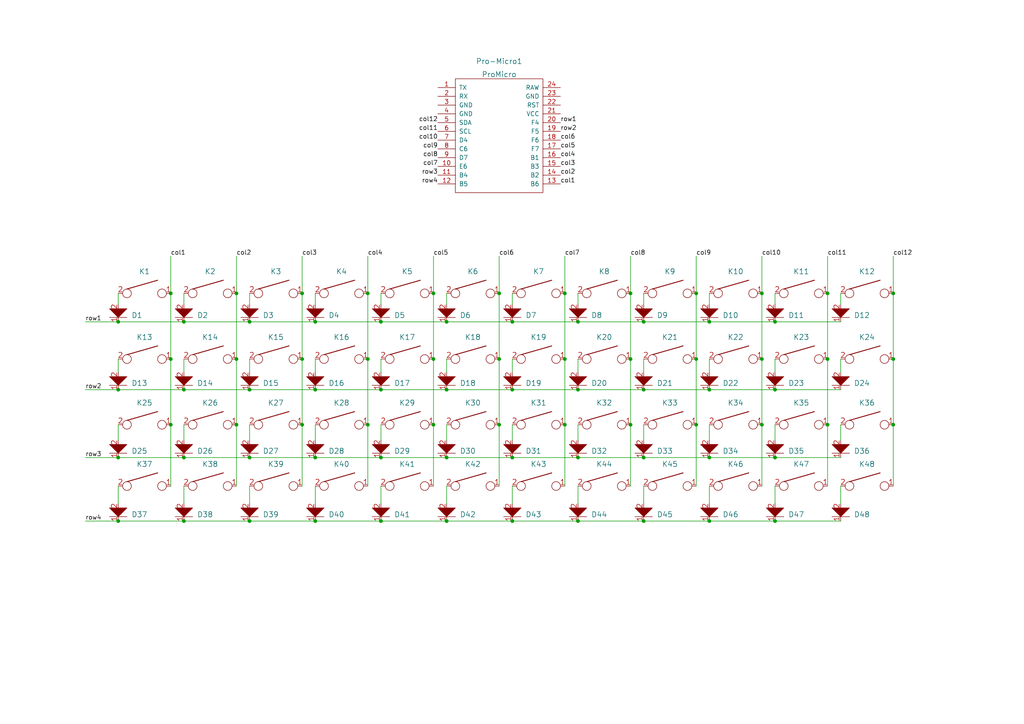
<source format=kicad_sch>
(kicad_sch (version 20211123) (generator eeschema)
  (paper "A4")
  (title_block (title "hlkb2"))
  (lib_symbols
    (symbol "keyboard_parts:D" (pin_names (offset 1.016))
      (property "Reference" "D" (at -3.81 -1.27 90))
      (symbol "D_0_1"
        (polyline (pts (xy -2.54 0) (xy 2.54 0)))
        (polyline (pts (xy 0 0) (xy -2.54 -2.54) (xy 2.54 -2.54) (xy 0 0)) (fill (type outline)))
      )
      (symbol "D_1_1"
        (pin passive line (at 0 1.27 270) (length 1.27) (name "~") (number "1"))
        (pin passive line (at 0 -3.81 90) (length 1.27) (name "~") (number "2"))
      )
    )
    (symbol "keyboard_parts:KEYSW" (pin_names (offset 1.016))
      (property "Reference" "K?" (at -1.27 0 0))
      (symbol "KEYSW_0_1"
        (circle (center -5.08 0) (radius 1.27))
        (polyline (pts (xy -5.08 1.27) (xy 3.81 3.81)) (stroke (width 0.254)))
        (circle (center 5.08 0) (radius 1.27))
      )
      (symbol "KEYSW_1_1"
        (pin passive line (at 7.62 0 180) (length 1.27) (name "~") (number "1"))
        (pin passive line (at -7.62 0 0) (length 1.27) (name "~") (number "2"))
      )
    )
    (symbol "promicro:ProMicro" (pin_names (offset 1.016))
      (property "Reference" "U" (at 0 24.13 0))
      (property "Value" "ProMicro" (at 0 -13.97 0))
      (symbol "ProMicro_0_1"
        (rectangle (start -12.7 21.59) (end 12.7 -11.43))
      )
      (symbol "ProMicro_1_1"
        (pin bidirectional line (at -17.78 19.05 0) (length 5.08) (name "TX") (number "1"))
        (pin bidirectional line (at -17.78 -3.81 0) (length 5.08) (name "E6") (number "10"))
        (pin bidirectional line (at -17.78 -6.35 0) (length 5.08) (name "B4") (number "11"))
        (pin bidirectional line (at -17.78 -8.89 0) (length 5.08) (name "B5") (number "12"))
        (pin bidirectional line (at 17.78 -8.89 180) (length 5.08) (name "B6") (number "13"))
        (pin bidirectional line (at 17.78 -6.35 180) (length 5.08) (name "B2") (number "14"))
        (pin bidirectional line (at 17.78 -3.81 180) (length 5.08) (name "B3") (number "15"))
        (pin bidirectional line (at 17.78 -1.27 180) (length 5.08) (name "B1") (number "16"))
        (pin bidirectional line (at 17.78 1.27 180) (length 5.08) (name "F7") (number "17"))
        (pin bidirectional line (at 17.78 3.81 180) (length 5.08) (name "F6") (number "18"))
        (pin bidirectional line (at 17.78 6.35 180) (length 5.08) (name "F5") (number "19"))
        (pin bidirectional line (at -17.78 16.51 0) (length 5.08) (name "RX") (number "2"))
        (pin bidirectional line (at 17.78 8.89 180) (length 5.08) (name "F4") (number "20"))
        (pin power_in line (at 17.78 11.43 180) (length 5.08) (name "VCC") (number "21"))
        (pin input line (at 17.78 13.97 180) (length 5.08) (name "RST") (number "22"))
        (pin power_in line (at 17.78 16.51 180) (length 5.08) (name "GND") (number "23"))
        (pin power_out line (at 17.78 19.05 180) (length 5.08) (name "RAW") (number "24"))
        (pin power_in line (at -17.78 13.97 0) (length 5.08) (name "GND") (number "3"))
        (pin power_in line (at -17.78 11.43 0) (length 5.08) (name "GND") (number "4"))
        (pin bidirectional line (at -17.78 8.89 0) (length 5.08) (name "SDA") (number "5"))
        (pin bidirectional line (at -17.78 6.35 0) (length 5.08) (name "SCL") (number "6"))
        (pin bidirectional line (at -17.78 3.81 0) (length 5.08) (name "D4") (number "7"))
        (pin bidirectional line (at -17.78 1.27 0) (length 5.08) (name "C6") (number "8"))
        (pin bidirectional line (at -17.78 -1.27 0) (length 5.08) (name "D7") (number "9"))
      )
    )
  )
  (junction (at 186.69 132.715))
  (junction (at 163.83 104.14))
  (junction (at 91.44 113.03))
  (junction (at 110.49 132.715))
  (junction (at 186.69 93.345))
  (junction (at 205.74 113.03))
  (junction (at 224.79 132.715))
  (junction (at 182.88 104.14))
  (junction (at 220.98 85.09))
  (junction (at 106.68 85.09))
  (junction (at 182.88 123.19))
  (junction (at 72.39 113.03))
  (junction (at 205.74 93.345))
  (junction (at 148.59 113.03))
  (junction (at 91.44 132.715))
  (junction (at 201.93 123.19))
  (junction (at 49.53 123.19))
  (junction (at 125.73 85.09))
  (junction (at 129.54 93.345))
  (junction (at 68.58 85.09))
  (junction (at 205.74 151.13))
  (junction (at 224.79 113.03))
  (junction (at 259.08 104.14))
  (junction (at 72.39 132.715))
  (junction (at 34.29 132.715))
  (junction (at 129.54 113.03))
  (junction (at 129.54 151.13))
  (junction (at 87.63 104.14))
  (junction (at 182.88 85.09))
  (junction (at 91.44 93.345))
  (junction (at 68.58 123.19))
  (junction (at 167.64 113.03))
  (junction (at 34.29 113.03))
  (junction (at 87.63 85.09))
  (junction (at 186.69 151.13))
  (junction (at 129.54 132.715))
  (junction (at 148.59 151.13))
  (junction (at 167.64 151.13))
  (junction (at 110.49 151.13))
  (junction (at 110.49 93.345))
  (junction (at 144.78 85.09))
  (junction (at 163.83 123.19))
  (junction (at 201.93 85.09))
  (junction (at 87.63 123.19))
  (junction (at 49.53 85.09))
  (junction (at 106.68 123.19))
  (junction (at 201.93 104.14))
  (junction (at 53.34 93.345))
  (junction (at 49.53 104.14))
  (junction (at 240.03 123.19))
  (junction (at 240.03 85.09))
  (junction (at 220.98 104.14))
  (junction (at 34.29 93.345))
  (junction (at 205.74 132.715))
  (junction (at 53.34 151.13))
  (junction (at 125.73 123.19))
  (junction (at 110.49 113.03))
  (junction (at 148.59 93.345))
  (junction (at 34.29 151.13))
  (junction (at 224.79 93.345))
  (junction (at 125.73 104.14))
  (junction (at 186.69 113.03))
  (junction (at 72.39 93.345))
  (junction (at 144.78 123.19))
  (junction (at 220.98 123.19))
  (junction (at 167.64 93.345))
  (junction (at 144.78 104.14))
  (junction (at 68.58 104.14))
  (junction (at 91.44 151.13))
  (junction (at 240.03 104.14))
  (junction (at 106.68 104.14))
  (junction (at 148.59 132.715))
  (junction (at 259.08 85.09))
  (junction (at 53.34 132.715))
  (junction (at 259.08 123.19))
  (junction (at 72.39 151.13))
  (junction (at 224.79 151.13))
  (junction (at 163.83 85.09))
  (junction (at 167.64 132.715))
  (junction (at 53.34 113.03))
  (wire (pts (xy 205.74 93.345) (xy 224.79 93.345)))
  (wire (pts (xy 201.93 104.14) (xy 201.93 123.19)))
  (wire (pts (xy 106.68 123.19) (xy 106.68 140.97)))
  (wire (pts (xy 167.64 140.97) (xy 167.64 146.05)))
  (wire (pts (xy 110.49 132.715) (xy 129.54 132.715)))
  (wire (pts (xy 224.79 104.14) (xy 224.79 107.95)))
  (wire (pts (xy 259.08 123.19) (xy 259.08 140.97)))
  (wire (pts (xy 72.39 132.715) (xy 91.44 132.715)))
  (wire (pts (xy 129.54 140.97) (xy 129.54 146.05)))
  (wire (pts (xy 186.69 85.09) (xy 186.69 88.265)))
  (wire (pts (xy 91.44 93.345) (xy 110.49 93.345)))
  (wire (pts (xy 34.29 113.03) (xy 53.34 113.03)))
  (wire (pts (xy 182.88 74.295) (xy 182.88 85.09)))
  (wire (pts (xy 148.59 151.13) (xy 167.64 151.13)))
  (wire (pts (xy 34.29 93.345) (xy 53.34 93.345)))
  (wire (pts (xy 163.83 123.19) (xy 163.83 140.97)))
  (wire (pts (xy 53.34 140.97) (xy 53.34 146.05)))
  (wire (pts (xy 167.64 113.03) (xy 186.69 113.03)))
  (wire (pts (xy 68.58 104.14) (xy 68.58 123.19)))
  (wire (pts (xy 148.59 140.97) (xy 148.59 146.05)))
  (wire (pts (xy 182.88 104.14) (xy 182.88 123.19)))
  (wire (pts (xy 186.69 140.97) (xy 186.69 146.05)))
  (wire (pts (xy 24.765 93.345) (xy 34.29 93.345)))
  (wire (pts (xy 240.03 74.295) (xy 240.03 85.09)))
  (wire (pts (xy 163.83 104.14) (xy 163.83 123.19)))
  (wire (pts (xy 243.84 140.97) (xy 243.84 146.05)))
  (wire (pts (xy 53.34 85.09) (xy 53.34 88.265)))
  (wire (pts (xy 110.49 93.345) (xy 129.54 93.345)))
  (wire (pts (xy 220.98 85.09) (xy 220.98 104.14)))
  (wire (pts (xy 91.44 113.03) (xy 110.49 113.03)))
  (wire (pts (xy 220.98 74.295) (xy 220.98 85.09)))
  (wire (pts (xy 106.68 74.295) (xy 106.68 85.09)))
  (wire (pts (xy 49.53 74.295) (xy 49.53 85.09)))
  (wire (pts (xy 91.44 132.715) (xy 110.49 132.715)))
  (wire (pts (xy 106.68 104.14) (xy 106.68 123.19)))
  (wire (pts (xy 205.74 85.09) (xy 205.74 88.265)))
  (wire (pts (xy 205.74 113.03) (xy 224.79 113.03)))
  (wire (pts (xy 243.84 85.09) (xy 243.84 88.265)))
  (wire (pts (xy 129.54 132.715) (xy 148.59 132.715)))
  (wire (pts (xy 72.39 104.14) (xy 72.39 107.95)))
  (wire (pts (xy 72.39 140.97) (xy 72.39 146.05)))
  (wire (pts (xy 224.79 93.345) (xy 243.84 93.345)))
  (wire (pts (xy 205.74 104.14) (xy 205.74 107.95)))
  (wire (pts (xy 129.54 85.09) (xy 129.54 88.265)))
  (wire (pts (xy 224.79 132.715) (xy 243.84 132.715)))
  (wire (pts (xy 201.93 74.295) (xy 201.93 85.09)))
  (wire (pts (xy 144.78 104.14) (xy 144.78 123.19)))
  (wire (pts (xy 110.49 113.03) (xy 129.54 113.03)))
  (wire (pts (xy 205.74 123.19) (xy 205.74 127.635)))
  (wire (pts (xy 182.88 85.09) (xy 182.88 104.14)))
  (wire (pts (xy 87.63 85.09) (xy 87.63 104.14)))
  (wire (pts (xy 34.29 104.14) (xy 34.29 107.95)))
  (wire (pts (xy 110.49 85.09) (xy 110.49 88.265)))
  (wire (pts (xy 243.84 123.19) (xy 243.84 127.635)))
  (wire (pts (xy 87.63 123.19) (xy 87.63 140.97)))
  (wire (pts (xy 68.58 123.19) (xy 68.58 140.97)))
  (wire (pts (xy 240.03 123.19) (xy 240.03 140.97)))
  (wire (pts (xy 87.63 74.295) (xy 87.63 85.09)))
  (wire (pts (xy 167.64 132.715) (xy 186.69 132.715)))
  (wire (pts (xy 34.29 140.97) (xy 34.29 146.05)))
  (wire (pts (xy 49.53 104.14) (xy 49.53 123.19)))
  (wire (pts (xy 53.34 151.13) (xy 72.39 151.13)))
  (wire (pts (xy 91.44 140.97) (xy 91.44 146.05)))
  (wire (pts (xy 129.54 151.13) (xy 148.59 151.13)))
  (wire (pts (xy 205.74 151.13) (xy 224.79 151.13)))
  (wire (pts (xy 53.34 93.345) (xy 72.39 93.345)))
  (wire (pts (xy 53.34 104.14) (xy 53.34 107.95)))
  (wire (pts (xy 53.34 113.03) (xy 72.39 113.03)))
  (wire (pts (xy 49.53 123.19) (xy 49.53 140.97)))
  (wire (pts (xy 24.765 151.13) (xy 34.29 151.13)))
  (wire (pts (xy 72.39 123.19) (xy 72.39 127.635)))
  (wire (pts (xy 129.54 104.14) (xy 129.54 107.95)))
  (wire (pts (xy 259.08 85.09) (xy 259.08 104.14)))
  (wire (pts (xy 110.49 151.13) (xy 129.54 151.13)))
  (wire (pts (xy 148.59 93.345) (xy 167.64 93.345)))
  (wire (pts (xy 259.08 74.295) (xy 259.08 85.09)))
  (wire (pts (xy 186.69 93.345) (xy 205.74 93.345)))
  (wire (pts (xy 34.29 123.19) (xy 34.29 127.635)))
  (wire (pts (xy 205.74 132.715) (xy 224.79 132.715)))
  (wire (pts (xy 91.44 85.09) (xy 91.44 88.265)))
  (wire (pts (xy 91.44 104.14) (xy 91.44 107.95)))
  (wire (pts (xy 129.54 113.03) (xy 148.59 113.03)))
  (wire (pts (xy 163.83 74.295) (xy 163.83 85.09)))
  (wire (pts (xy 129.54 93.345) (xy 148.59 93.345)))
  (wire (pts (xy 186.69 132.715) (xy 205.74 132.715)))
  (wire (pts (xy 72.39 93.345) (xy 91.44 93.345)))
  (wire (pts (xy 148.59 123.19) (xy 148.59 127.635)))
  (wire (pts (xy 220.98 123.19) (xy 220.98 140.97)))
  (wire (pts (xy 110.49 140.97) (xy 110.49 146.05)))
  (wire (pts (xy 72.39 85.09) (xy 72.39 88.265)))
  (wire (pts (xy 167.64 104.14) (xy 167.64 107.95)))
  (wire (pts (xy 205.74 140.97) (xy 205.74 146.05)))
  (wire (pts (xy 53.34 132.715) (xy 72.39 132.715)))
  (wire (pts (xy 68.58 74.295) (xy 68.58 85.09)))
  (wire (pts (xy 167.64 123.19) (xy 167.64 127.635)))
  (wire (pts (xy 148.59 113.03) (xy 167.64 113.03)))
  (wire (pts (xy 24.765 132.715) (xy 34.29 132.715)))
  (wire (pts (xy 72.39 151.13) (xy 91.44 151.13)))
  (wire (pts (xy 148.59 85.09) (xy 148.59 88.265)))
  (wire (pts (xy 87.63 104.14) (xy 87.63 123.19)))
  (wire (pts (xy 125.73 74.295) (xy 125.73 85.09)))
  (wire (pts (xy 34.29 151.13) (xy 53.34 151.13)))
  (wire (pts (xy 24.765 113.03) (xy 34.29 113.03)))
  (wire (pts (xy 49.53 85.09) (xy 49.53 104.14)))
  (wire (pts (xy 182.88 123.19) (xy 182.88 140.97)))
  (wire (pts (xy 163.83 85.09) (xy 163.83 104.14)))
  (wire (pts (xy 91.44 151.13) (xy 110.49 151.13)))
  (wire (pts (xy 259.08 104.14) (xy 259.08 123.19)))
  (wire (pts (xy 167.64 85.09) (xy 167.64 88.265)))
  (wire (pts (xy 72.39 113.03) (xy 91.44 113.03)))
  (wire (pts (xy 186.69 151.13) (xy 205.74 151.13)))
  (wire (pts (xy 240.03 85.09) (xy 240.03 104.14)))
  (wire (pts (xy 148.59 104.14) (xy 148.59 107.95)))
  (wire (pts (xy 201.93 123.19) (xy 201.93 140.97)))
  (wire (pts (xy 224.79 123.19) (xy 224.79 127.635)))
  (wire (pts (xy 106.68 85.09) (xy 106.68 104.14)))
  (wire (pts (xy 201.93 85.09) (xy 201.93 104.14)))
  (wire (pts (xy 224.79 85.09) (xy 224.79 88.265)))
  (wire (pts (xy 148.59 132.715) (xy 167.64 132.715)))
  (wire (pts (xy 144.78 74.295) (xy 144.78 85.09)))
  (wire (pts (xy 91.44 123.19) (xy 91.44 127.635)))
  (wire (pts (xy 144.78 123.19) (xy 144.78 140.97)))
  (wire (pts (xy 186.69 113.03) (xy 205.74 113.03)))
  (wire (pts (xy 167.64 151.13) (xy 186.69 151.13)))
  (wire (pts (xy 125.73 104.14) (xy 125.73 123.19)))
  (wire (pts (xy 167.64 93.345) (xy 186.69 93.345)))
  (wire (pts (xy 186.69 104.14) (xy 186.69 107.95)))
  (wire (pts (xy 220.98 104.14) (xy 220.98 123.19)))
  (wire (pts (xy 34.29 85.09) (xy 34.29 88.265)))
  (wire (pts (xy 129.54 123.19) (xy 129.54 127.635)))
  (wire (pts (xy 53.34 123.19) (xy 53.34 127.635)))
  (wire (pts (xy 110.49 104.14) (xy 110.49 107.95)))
  (wire (pts (xy 224.79 151.13) (xy 243.84 151.13)))
  (wire (pts (xy 125.73 85.09) (xy 125.73 104.14)))
  (wire (pts (xy 110.49 123.19) (xy 110.49 127.635)))
  (wire (pts (xy 240.03 104.14) (xy 240.03 123.19)))
  (wire (pts (xy 224.79 140.97) (xy 224.79 146.05)))
  (wire (pts (xy 34.29 132.715) (xy 53.34 132.715)))
  (wire (pts (xy 186.69 123.19) (xy 186.69 127.635)))
  (wire (pts (xy 125.73 123.19) (xy 125.73 140.97)))
  (wire (pts (xy 144.78 85.09) (xy 144.78 104.14)))
  (wire (pts (xy 224.79 113.03) (xy 243.84 113.03)))
  (wire (pts (xy 68.58 85.09) (xy 68.58 104.14)))
  (wire (pts (xy 243.84 104.14) (xy 243.84 107.95)))
  (label "col9" (at 127 43.18 180))
  (label "col1" (at 49.53 74.295 0))
  (label "col1" (at 162.56 53.34 0))
  (label "row3" (at 127 50.8 180))
  (label "row4" (at 127 53.34 180))
  (label "col4" (at 162.56 45.72 0))
  (label "col11" (at 240.03 74.295 0))
  (label "col2" (at 162.56 50.8 0))
  (label "col7" (at 127 48.26 180))
  (label "col11" (at 127 38.1 180))
  (label "col3" (at 87.63 74.295 0))
  (label "col7" (at 163.83 74.295 0))
  (label "col6" (at 144.78 74.295 0))
  (label "col8" (at 127 45.72 180))
  (label "col6" (at 162.56 40.64 0))
  (label "col5" (at 125.73 74.295 0))
  (label "col12" (at 259.08 74.295 0))
  (label "row4" (at 24.765 151.13 0))
  (label "col5" (at 162.56 43.18 0))
  (label "col3" (at 162.56 48.26 0))
  (label "row1" (at 162.56 35.56 0))
  (label "col12" (at 127 35.56 180))
  (label "col4" (at 106.68 74.295 0))
  (label "col10" (at 220.98 74.295 0))
  (label "col10" (at 127 40.64 180))
  (label "row2" (at 162.56 38.1 0))
  (label "col8" (at 182.88 74.295 0))
  (label "col9" (at 201.93 74.295 0))
  (label "row2" (at 24.765 113.03 0))
  (label "row3" (at 24.765 132.715 0))
  (label "row1" (at 24.765 93.345 0))
  (label "col2" (at 68.58 74.295 0))
  (symbol (lib_id "keyboard_parts:D") (at 148.59 111.76 180) (unit 1)
    (property "Reference" "D19" (at 152.4 111.125 0) (effects (font (size 1.524 1.524)) (justify right)))
    (property "Value" "D" (effects hide))
    (property "Footprint" "keyboard_parts:D_SOD123_axial" (effects hide))
  )
  (symbol (lib_id "keyboard_parts:KEYSW") (at 118.11 104.14 0) (unit 1)
    (property "Reference" "K17" (at 118.11 97.79 0) (effects (font (size 1.524 1.524))))
    (property "Value" "KEYSW" (effects hide))
    (property "Footprint" "contact_pad:contact_pad_3mm" (effects hide))
  )
  (symbol (lib_id "keyboard_parts:KEYSW") (at 194.31 85.09 0) (unit 1)
    (property "Reference" "K9" (at 194.31 78.74 0) (effects (font (size 1.524 1.524))))
    (property "Value" "KEYSW" (effects hide))
    (property "Footprint" "contact_pad:contact_pad_3mm" (effects hide))
  )
  (symbol (lib_id "keyboard_parts:KEYSW") (at 80.01 123.19 0) (unit 1)
    (property "Reference" "K27" (at 80.01 116.84 0) (effects (font (size 1.524 1.524))))
    (property "Value" "KEYSW" (effects hide))
    (property "Footprint" "contact_pad:contact_pad_3mm" (effects hide))
  )
  (symbol (lib_id "keyboard_parts:KEYSW") (at 232.41 85.09 0) (unit 1)
    (property "Reference" "K11" (at 232.41 78.74 0) (effects (font (size 1.524 1.524))))
    (property "Value" "KEYSW" (effects hide))
    (property "Footprint" "contact_pad:contact_pad_3mm" (effects hide))
  )
  (symbol (lib_id "keyboard_parts:D") (at 243.84 92.075 180) (unit 1)
    (property "Reference" "D12" (at 247.65 91.44 0) (effects (font (size 1.524 1.524)) (justify right)))
    (property "Value" "D" (effects hide))
    (property "Footprint" "keyboard_parts:D_SOD123_axial" (effects hide))
  )
  (symbol (lib_id "keyboard_parts:D") (at 205.74 111.76 180) (unit 1)
    (property "Reference" "D22" (at 209.55 111.125 0) (effects (font (size 1.524 1.524)) (justify right)))
    (property "Value" "D" (effects hide))
    (property "Footprint" "keyboard_parts:D_SOD123_axial" (effects hide))
  )
  (symbol (lib_id "keyboard_parts:KEYSW") (at 41.91 104.14 0) (unit 1)
    (property "Reference" "K13" (at 41.91 97.79 0) (effects (font (size 1.524 1.524))))
    (property "Value" "KEYSW" (effects hide))
    (property "Footprint" "contact_pad:contact_pad_3mm" (effects hide))
  )
  (symbol (lib_id "keyboard_parts:D") (at 224.79 131.445 180) (unit 1)
    (property "Reference" "D35" (at 228.6 130.81 0) (effects (font (size 1.524 1.524)) (justify right)))
    (property "Value" "D" (effects hide))
    (property "Footprint" "keyboard_parts:D_SOD123_axial" (effects hide))
  )
  (symbol (lib_id "keyboard_parts:KEYSW") (at 60.96 123.19 0) (unit 1)
    (property "Reference" "K26" (at 60.96 116.84 0) (effects (font (size 1.524 1.524))))
    (property "Value" "KEYSW" (effects hide))
    (property "Footprint" "contact_pad:contact_pad_3mm" (effects hide))
  )
  (symbol (lib_id "keyboard_parts:KEYSW") (at 60.96 104.14 0) (unit 1)
    (property "Reference" "K14" (at 60.96 97.79 0) (effects (font (size 1.524 1.524))))
    (property "Value" "KEYSW" (effects hide))
    (property "Footprint" "contact_pad:contact_pad_3mm" (effects hide))
  )
  (symbol (lib_id "keyboard_parts:KEYSW") (at 137.16 123.19 0) (unit 1)
    (property "Reference" "K30" (at 137.16 116.84 0) (effects (font (size 1.524 1.524))))
    (property "Value" "KEYSW" (effects hide))
    (property "Footprint" "contact_pad:contact_pad_3mm" (effects hide))
  )
  (symbol (lib_id "keyboard_parts:KEYSW") (at 194.31 104.14 0) (unit 1)
    (property "Reference" "K21" (at 194.31 97.79 0) (effects (font (size 1.524 1.524))))
    (property "Value" "KEYSW" (effects hide))
    (property "Footprint" "contact_pad:contact_pad_3mm" (effects hide))
  )
  (symbol (lib_id "keyboard_parts:D") (at 129.54 111.76 180) (unit 1)
    (property "Reference" "D18" (at 133.35 111.125 0) (effects (font (size 1.524 1.524)) (justify right)))
    (property "Value" "D" (effects hide))
    (property "Footprint" "keyboard_parts:D_SOD123_axial" (effects hide))
  )
  (symbol (lib_id "keyboard_parts:KEYSW") (at 175.26 123.19 0) (unit 1)
    (property "Reference" "K32" (at 175.26 116.84 0) (effects (font (size 1.524 1.524))))
    (property "Value" "KEYSW" (effects hide))
    (property "Footprint" "contact_pad:contact_pad_3mm" (effects hide))
  )
  (symbol (lib_id "keyboard_parts:KEYSW") (at 175.26 104.14 0) (unit 1)
    (property "Reference" "K20" (at 175.26 97.79 0) (effects (font (size 1.524 1.524))))
    (property "Value" "KEYSW" (effects hide))
    (property "Footprint" "contact_pad:contact_pad_3mm" (effects hide))
  )
  (symbol (lib_id "keyboard_parts:KEYSW") (at 251.46 140.97 0) (unit 1)
    (property "Reference" "K48" (at 251.46 134.62 0) (effects (font (size 1.524 1.524))))
    (property "Value" "KEYSW" (effects hide))
    (property "Footprint" "contact_pad:contact_pad_3mm" (effects hide))
  )
  (symbol (lib_id "keyboard_parts:KEYSW") (at 80.01 85.09 0) (unit 1)
    (property "Reference" "K3" (at 80.01 78.74 0) (effects (font (size 1.524 1.524))))
    (property "Value" "KEYSW" (effects hide))
    (property "Footprint" "contact_pad:contact_pad_3mm" (effects hide))
  )
  (symbol (lib_id "keyboard_parts:D") (at 34.29 149.86 180) (unit 1)
    (property "Reference" "D37" (at 38.1 149.225 0) (effects (font (size 1.524 1.524)) (justify right)))
    (property "Value" "D" (effects hide))
    (property "Footprint" "keyboard_parts:D_SOD123_axial" (effects hide))
  )
  (symbol (lib_id "keyboard_parts:KEYSW") (at 60.96 85.09 0) (unit 1)
    (property "Reference" "K2" (at 60.96 78.74 0) (effects (font (size 1.524 1.524))))
    (property "Value" "KEYSW" (effects hide))
    (property "Footprint" "contact_pad:contact_pad_3mm" (effects hide))
  )
  (symbol (lib_id "keyboard_parts:KEYSW") (at 118.11 140.97 0) (unit 1)
    (property "Reference" "K41" (at 118.11 134.62 0) (effects (font (size 1.524 1.524))))
    (property "Value" "KEYSW" (effects hide))
    (property "Footprint" "contact_pad:contact_pad_3mm" (effects hide))
  )
  (symbol (lib_id "keyboard_parts:D") (at 91.44 92.075 180) (unit 1)
    (property "Reference" "D4" (at 95.25 91.44 0) (effects (font (size 1.524 1.524)) (justify right)))
    (property "Value" "D" (effects hide))
    (property "Footprint" "keyboard_parts:D_SOD123_axial" (effects hide))
  )
  (symbol (lib_id "keyboard_parts:KEYSW") (at 213.36 123.19 0) (unit 1)
    (property "Reference" "K34" (at 213.36 116.84 0) (effects (font (size 1.524 1.524))))
    (property "Value" "KEYSW" (effects hide))
    (property "Footprint" "contact_pad:contact_pad_3mm" (effects hide))
  )
  (symbol (lib_id "keyboard_parts:D") (at 110.49 92.075 180) (unit 1)
    (property "Reference" "D5" (at 114.3 91.44 0) (effects (font (size 1.524 1.524)) (justify right)))
    (property "Value" "D" (effects hide))
    (property "Footprint" "keyboard_parts:D_SOD123_axial" (effects hide))
  )
  (symbol (lib_id "keyboard_parts:D") (at 34.29 92.075 180) (unit 1)
    (property "Reference" "D1" (at 38.1 91.44 0) (effects (font (size 1.524 1.524)) (justify right)))
    (property "Value" "D" (effects hide))
    (property "Footprint" "keyboard_parts:D_SOD123_axial" (effects hide))
  )
  (symbol (lib_id "keyboard_parts:D") (at 224.79 92.075 180) (unit 1)
    (property "Reference" "D11" (at 228.6 91.44 0) (effects (font (size 1.524 1.524)) (justify right)))
    (property "Value" "D" (effects hide))
    (property "Footprint" "keyboard_parts:D_SOD123_axial" (effects hide))
  )
  (symbol (lib_id "keyboard_parts:KEYSW") (at 156.21 85.09 0) (unit 1)
    (property "Reference" "K7" (at 156.21 78.74 0) (effects (font (size 1.524 1.524))))
    (property "Value" "KEYSW" (effects hide))
    (property "Footprint" "contact_pad:contact_pad_3mm" (effects hide))
  )
  (symbol (lib_id "keyboard_parts:D") (at 167.64 131.445 180) (unit 1)
    (property "Reference" "D32" (at 171.45 130.81 0) (effects (font (size 1.524 1.524)) (justify right)))
    (property "Value" "D" (effects hide))
    (property "Footprint" "keyboard_parts:D_SOD123_axial" (effects hide))
  )
  (symbol (lib_id "keyboard_parts:KEYSW") (at 156.21 123.19 0) (unit 1)
    (property "Reference" "K31" (at 156.21 116.84 0) (effects (font (size 1.524 1.524))))
    (property "Value" "KEYSW" (effects hide))
    (property "Footprint" "contact_pad:contact_pad_3mm" (effects hide))
  )
  (symbol (lib_id "keyboard_parts:D") (at 205.74 131.445 180) (unit 1)
    (property "Reference" "D34" (at 209.55 130.81 0) (effects (font (size 1.524 1.524)) (justify right)))
    (property "Value" "D" (effects hide))
    (property "Footprint" "keyboard_parts:D_SOD123_axial" (effects hide))
  )
  (symbol (lib_id "keyboard_parts:D") (at 186.69 111.76 180) (unit 1)
    (property "Reference" "D21" (at 190.5 111.125 0) (effects (font (size 1.524 1.524)) (justify right)))
    (property "Value" "D" (effects hide))
    (property "Footprint" "keyboard_parts:D_SOD123_axial" (effects hide))
  )
  (symbol (lib_id "keyboard_parts:KEYSW") (at 41.91 85.09 0) (unit 1)
    (property "Reference" "K1" (at 41.91 78.74 0) (effects (font (size 1.524 1.524))))
    (property "Value" "KEYSW" (effects hide))
    (property "Footprint" "contact_pad:contact_pad_3mm" (effects hide))
  )
  (symbol (lib_id "keyboard_parts:KEYSW") (at 60.96 140.97 0) (unit 1)
    (property "Reference" "K38" (at 60.96 134.62 0) (effects (font (size 1.524 1.524))))
    (property "Value" "KEYSW" (effects hide))
    (property "Footprint" "contact_pad:contact_pad_3mm" (effects hide))
  )
  (symbol (lib_id "keyboard_parts:KEYSW") (at 99.06 123.19 0) (unit 1)
    (property "Reference" "K28" (at 99.06 116.84 0) (effects (font (size 1.524 1.524))))
    (property "Value" "KEYSW" (effects hide))
    (property "Footprint" "contact_pad:contact_pad_3mm" (effects hide))
  )
  (symbol (lib_id "keyboard_parts:KEYSW") (at 118.11 123.19 0) (unit 1)
    (property "Reference" "K29" (at 118.11 116.84 0) (effects (font (size 1.524 1.524))))
    (property "Value" "KEYSW" (effects hide))
    (property "Footprint" "contact_pad:contact_pad_3mm" (effects hide))
  )
  (symbol (lib_id "keyboard_parts:D") (at 224.79 149.86 180) (unit 1)
    (property "Reference" "D47" (at 228.6 149.225 0) (effects (font (size 1.524 1.524)) (justify right)))
    (property "Value" "D" (effects hide))
    (property "Footprint" "keyboard_parts:D_SOD123_axial" (effects hide))
  )
  (symbol (lib_id "keyboard_parts:KEYSW") (at 41.91 123.19 0) (unit 1)
    (property "Reference" "K25" (at 41.91 116.84 0) (effects (font (size 1.524 1.524))))
    (property "Value" "KEYSW" (effects hide))
    (property "Footprint" "contact_pad:contact_pad_3mm" (effects hide))
  )
  (symbol (lib_id "keyboard_parts:KEYSW") (at 99.06 85.09 0) (unit 1)
    (property "Reference" "K4" (at 99.06 78.74 0) (effects (font (size 1.524 1.524))))
    (property "Value" "KEYSW" (effects hide))
    (property "Footprint" "contact_pad:contact_pad_3mm" (effects hide))
  )
  (symbol (lib_id "keyboard_parts:KEYSW") (at 175.26 140.97 0) (unit 1)
    (property "Reference" "K44" (at 175.26 134.62 0) (effects (font (size 1.524 1.524))))
    (property "Value" "KEYSW" (effects hide))
    (property "Footprint" "contact_pad:contact_pad_3mm" (effects hide))
  )
  (symbol (lib_id "keyboard_parts:D") (at 243.84 131.445 180) (unit 1)
    (property "Reference" "D36" (at 247.65 130.81 0) (effects (font (size 1.524 1.524)) (justify right)))
    (property "Value" "D" (effects hide))
    (property "Footprint" "keyboard_parts:D_SOD123_axial" (effects hide))
  )
  (symbol (lib_id "keyboard_parts:D") (at 72.39 131.445 180) (unit 1)
    (property "Reference" "D27" (at 76.2 130.81 0) (effects (font (size 1.524 1.524)) (justify right)))
    (property "Value" "D" (effects hide))
    (property "Footprint" "keyboard_parts:D_SOD123_axial" (effects hide))
  )
  (symbol (lib_id "keyboard_parts:D") (at 53.34 92.075 180) (unit 1)
    (property "Reference" "D2" (at 57.15 91.44 0) (effects (font (size 1.524 1.524)) (justify right)))
    (property "Value" "D" (effects hide))
    (property "Footprint" "keyboard_parts:D_SOD123_axial" (effects hide))
  )
  (symbol (lib_id "keyboard_parts:KEYSW") (at 213.36 104.14 0) (unit 1)
    (property "Reference" "K22" (at 213.36 97.79 0) (effects (font (size 1.524 1.524))))
    (property "Value" "KEYSW" (effects hide))
    (property "Footprint" "contact_pad:contact_pad_3mm" (effects hide))
  )
  (symbol (lib_id "keyboard_parts:D") (at 72.39 149.86 180) (unit 1)
    (property "Reference" "D39" (at 76.2 149.225 0) (effects (font (size 1.524 1.524)) (justify right)))
    (property "Value" "D" (effects hide))
    (property "Footprint" "keyboard_parts:D_SOD123_axial" (effects hide))
  )
  (symbol (lib_id "keyboard_parts:D") (at 167.64 149.86 180) (unit 1)
    (property "Reference" "D44" (at 171.45 149.225 0) (effects (font (size 1.524 1.524)) (justify right)))
    (property "Value" "D" (effects hide))
    (property "Footprint" "keyboard_parts:D_SOD123_axial" (effects hide))
  )
  (symbol (lib_id "keyboard_parts:D") (at 186.69 149.86 180) (unit 1)
    (property "Reference" "D45" (at 190.5 149.225 0) (effects (font (size 1.524 1.524)) (justify right)))
    (property "Value" "D" (effects hide))
    (property "Footprint" "keyboard_parts:D_SOD123_axial" (effects hide))
  )
  (symbol (lib_id "keyboard_parts:D") (at 110.49 131.445 180) (unit 1)
    (property "Reference" "D29" (at 114.3 130.81 0) (effects (font (size 1.524 1.524)) (justify right)))
    (property "Value" "D" (effects hide))
    (property "Footprint" "keyboard_parts:D_SOD123_axial" (effects hide))
  )
  (symbol (lib_id "keyboard_parts:D") (at 186.69 131.445 180) (unit 1)
    (property "Reference" "D33" (at 190.5 130.81 0) (effects (font (size 1.524 1.524)) (justify right)))
    (property "Value" "D" (effects hide))
    (property "Footprint" "keyboard_parts:D_SOD123_axial" (effects hide))
  )
  (symbol (lib_id "keyboard_parts:D") (at 129.54 131.445 180) (unit 1)
    (property "Reference" "D30" (at 133.35 130.81 0) (effects (font (size 1.524 1.524)) (justify right)))
    (property "Value" "D" (effects hide))
    (property "Footprint" "keyboard_parts:D_SOD123_axial" (effects hide))
  )
  (symbol (lib_id "keyboard_parts:D") (at 53.34 131.445 180) (unit 1)
    (property "Reference" "D26" (at 57.15 130.81 0) (effects (font (size 1.524 1.524)) (justify right)))
    (property "Value" "D" (effects hide))
    (property "Footprint" "keyboard_parts:D_SOD123_axial" (effects hide))
  )
  (symbol (lib_id "keyboard_parts:KEYSW") (at 137.16 85.09 0) (unit 1)
    (property "Reference" "K6" (at 137.16 78.74 0) (effects (font (size 1.524 1.524))))
    (property "Value" "KEYSW" (effects hide))
    (property "Footprint" "contact_pad:contact_pad_3mm" (effects hide))
  )
  (symbol (lib_id "keyboard_parts:D") (at 224.79 111.76 180) (unit 1)
    (property "Reference" "D23" (at 228.6 111.125 0) (effects (font (size 1.524 1.524)) (justify right)))
    (property "Value" "D" (effects hide))
    (property "Footprint" "keyboard_parts:D_SOD123_axial" (effects hide))
  )
  (symbol (lib_id "keyboard_parts:D") (at 53.34 111.76 180) (unit 1)
    (property "Reference" "D14" (at 57.15 111.125 0) (effects (font (size 1.524 1.524)) (justify right)))
    (property "Value" "D" (effects hide))
    (property "Footprint" "keyboard_parts:D_SOD123_axial" (effects hide))
  )
  (symbol (lib_id "keyboard_parts:D") (at 167.64 92.075 180) (unit 1)
    (property "Reference" "D8" (at 171.45 91.44 0) (effects (font (size 1.524 1.524)) (justify right)))
    (property "Value" "D" (effects hide))
    (property "Footprint" "keyboard_parts:D_SOD123_axial" (effects hide))
  )
  (symbol (lib_id "keyboard_parts:KEYSW") (at 232.41 104.14 0) (unit 1)
    (property "Reference" "K23" (at 232.41 97.79 0) (effects (font (size 1.524 1.524))))
    (property "Value" "KEYSW" (effects hide))
    (property "Footprint" "contact_pad:contact_pad_3mm" (effects hide))
  )
  (symbol (lib_id "keyboard_parts:KEYSW") (at 137.16 104.14 0) (unit 1)
    (property "Reference" "K18" (at 137.16 97.79 0) (effects (font (size 1.524 1.524))))
    (property "Value" "KEYSW" (effects hide))
    (property "Footprint" "contact_pad:contact_pad_3mm" (effects hide))
  )
  (symbol (lib_id "keyboard_parts:KEYSW") (at 213.36 140.97 0) (unit 1)
    (property "Reference" "K46" (at 213.36 134.62 0) (effects (font (size 1.524 1.524))))
    (property "Value" "KEYSW" (effects hide))
    (property "Footprint" "contact_pad:contact_pad_3mm" (effects hide))
  )
  (symbol (lib_id "keyboard_parts:D") (at 148.59 131.445 180) (unit 1)
    (property "Reference" "D31" (at 152.4 130.81 0) (effects (font (size 1.524 1.524)) (justify right)))
    (property "Value" "D" (effects hide))
    (property "Footprint" "keyboard_parts:D_SOD123_axial" (effects hide))
  )
  (symbol (lib_id "keyboard_parts:KEYSW") (at 232.41 123.19 0) (unit 1)
    (property "Reference" "K35" (at 232.41 116.84 0) (effects (font (size 1.524 1.524))))
    (property "Value" "KEYSW" (effects hide))
    (property "Footprint" "contact_pad:contact_pad_3mm" (effects hide))
  )
  (symbol (lib_id "keyboard_parts:KEYSW") (at 232.41 140.97 0) (unit 1)
    (property "Reference" "K47" (at 232.41 134.62 0) (effects (font (size 1.524 1.524))))
    (property "Value" "KEYSW" (effects hide))
    (property "Footprint" "contact_pad:contact_pad_3mm" (effects hide))
  )
  (symbol (lib_id "keyboard_parts:D") (at 34.29 131.445 180) (unit 1)
    (property "Reference" "D25" (at 38.1 130.81 0) (effects (font (size 1.524 1.524)) (justify right)))
    (property "Value" "D" (effects hide))
    (property "Footprint" "keyboard_parts:D_SOD123_axial" (effects hide))
  )
  (symbol (lib_id "keyboard_parts:KEYSW") (at 137.16 140.97 0) (unit 1)
    (property "Reference" "K42" (at 137.16 134.62 0) (effects (font (size 1.524 1.524))))
    (property "Value" "KEYSW" (effects hide))
    (property "Footprint" "contact_pad:contact_pad_3mm" (effects hide))
  )
  (symbol (lib_id "keyboard_parts:KEYSW") (at 41.91 140.97 0) (unit 1)
    (property "Reference" "K37" (at 41.91 134.62 0) (effects (font (size 1.524 1.524))))
    (property "Value" "KEYSW" (effects hide))
    (property "Footprint" "contact_pad:contact_pad_3mm" (effects hide))
  )
  (symbol (lib_id "keyboard_parts:KEYSW") (at 80.01 104.14 0) (unit 1)
    (property "Reference" "K15" (at 80.01 97.79 0) (effects (font (size 1.524 1.524))))
    (property "Value" "KEYSW" (effects hide))
    (property "Footprint" "contact_pad:contact_pad_3mm" (effects hide))
  )
  (symbol (lib_id "keyboard_parts:D") (at 110.49 111.76 180) (unit 1)
    (property "Reference" "D17" (at 114.3 111.125 0) (effects (font (size 1.524 1.524)) (justify right)))
    (property "Value" "D" (effects hide))
    (property "Footprint" "keyboard_parts:D_SOD123_axial" (effects hide))
  )
  (symbol (lib_id "keyboard_parts:D") (at 72.39 111.76 180) (unit 1)
    (property "Reference" "D15" (at 76.2 111.125 0) (effects (font (size 1.524 1.524)) (justify right)))
    (property "Value" "D" (effects hide))
    (property "Footprint" "keyboard_parts:D_SOD123_axial" (effects hide))
  )
  (symbol (lib_id "keyboard_parts:KEYSW") (at 99.06 104.14 0) (unit 1)
    (property "Reference" "K16" (at 99.06 97.79 0) (effects (font (size 1.524 1.524))))
    (property "Value" "KEYSW" (effects hide))
    (property "Footprint" "contact_pad:contact_pad_3mm" (effects hide))
  )
  (symbol (lib_id "keyboard_parts:KEYSW") (at 194.31 123.19 0) (unit 1)
    (property "Reference" "K33" (at 194.31 116.84 0) (effects (font (size 1.524 1.524))))
    (property "Value" "KEYSW" (effects hide))
    (property "Footprint" "contact_pad:contact_pad_3mm" (effects hide))
  )
  (symbol (lib_id "keyboard_parts:KEYSW") (at 80.01 140.97 0) (unit 1)
    (property "Reference" "K39" (at 80.01 134.62 0) (effects (font (size 1.524 1.524))))
    (property "Value" "KEYSW" (effects hide))
    (property "Footprint" "contact_pad:contact_pad_3mm" (effects hide))
  )
  (symbol (lib_id "keyboard_parts:KEYSW") (at 156.21 140.97 0) (unit 1)
    (property "Reference" "K43" (at 156.21 134.62 0) (effects (font (size 1.524 1.524))))
    (property "Value" "KEYSW" (effects hide))
    (property "Footprint" "contact_pad:contact_pad_3mm" (effects hide))
  )
  (symbol (lib_id "keyboard_parts:KEYSW") (at 213.36 85.09 0) (unit 1)
    (property "Reference" "K10" (at 213.36 78.74 0) (effects (font (size 1.524 1.524))))
    (property "Value" "KEYSW" (effects hide))
    (property "Footprint" "contact_pad:contact_pad_3mm" (effects hide))
  )
  (symbol (lib_id "keyboard_parts:D") (at 167.64 111.76 180) (unit 1)
    (property "Reference" "D20" (at 171.45 111.125 0) (effects (font (size 1.524 1.524)) (justify right)))
    (property "Value" "D" (effects hide))
    (property "Footprint" "keyboard_parts:D_SOD123_axial" (effects hide))
  )
  (symbol (lib_id "keyboard_parts:D") (at 91.44 149.86 180) (unit 1)
    (property "Reference" "D40" (at 95.25 149.225 0) (effects (font (size 1.524 1.524)) (justify right)))
    (property "Value" "D" (effects hide))
    (property "Footprint" "keyboard_parts:D_SOD123_axial" (effects hide))
  )
  (symbol (lib_id "keyboard_parts:D") (at 243.84 149.86 180) (unit 1)
    (property "Reference" "D48" (at 247.65 149.225 0) (effects (font (size 1.524 1.524)) (justify right)))
    (property "Value" "D" (effects hide))
    (property "Footprint" "keyboard_parts:D_SOD123_axial" (effects hide))
  )
  (symbol (lib_id "keyboard_parts:D") (at 72.39 92.075 180) (unit 1)
    (property "Reference" "D3" (at 76.2 91.44 0) (effects (font (size 1.524 1.524)) (justify right)))
    (property "Value" "D" (effects hide))
    (property "Footprint" "keyboard_parts:D_SOD123_axial" (effects hide))
  )
  (symbol (lib_id "keyboard_parts:D") (at 205.74 92.075 180) (unit 1)
    (property "Reference" "D10" (at 209.55 91.44 0) (effects (font (size 1.524 1.524)) (justify right)))
    (property "Value" "D" (effects hide))
    (property "Footprint" "keyboard_parts:D_SOD123_axial" (effects hide))
  )
  (symbol (lib_id "keyboard_parts:D") (at 148.59 92.075 180) (unit 1)
    (property "Reference" "D7" (at 152.4 91.44 0) (effects (font (size 1.524 1.524)) (justify right)))
    (property "Value" "D" (effects hide))
    (property "Footprint" "keyboard_parts:D_SOD123_axial" (effects hide))
  )
  (symbol (lib_id "keyboard_parts:D") (at 91.44 111.76 180) (unit 1)
    (property "Reference" "D16" (at 95.25 111.125 0) (effects (font (size 1.524 1.524)) (justify right)))
    (property "Value" "D" (effects hide))
    (property "Footprint" "keyboard_parts:D_SOD123_axial" (effects hide))
  )
  (symbol (lib_id "keyboard_parts:D") (at 148.59 149.86 180) (unit 1)
    (property "Reference" "D43" (at 152.4 149.225 0) (effects (font (size 1.524 1.524)) (justify right)))
    (property "Value" "D" (effects hide))
    (property "Footprint" "keyboard_parts:D_SOD123_axial" (effects hide))
  )
  (symbol (lib_id "keyboard_parts:D") (at 110.49 149.86 180) (unit 1)
    (property "Reference" "D41" (at 114.3 149.225 0) (effects (font (size 1.524 1.524)) (justify right)))
    (property "Value" "D" (effects hide))
    (property "Footprint" "keyboard_parts:D_SOD123_axial" (effects hide))
  )
  (symbol (lib_id "keyboard_parts:D") (at 205.74 149.86 180) (unit 1)
    (property "Reference" "D46" (at 209.55 149.225 0) (effects (font (size 1.524 1.524)) (justify right)))
    (property "Value" "D" (effects hide))
    (property "Footprint" "keyboard_parts:D_SOD123_axial" (effects hide))
  )
  (symbol (lib_id "keyboard_parts:KEYSW") (at 251.46 123.19 0) (unit 1)
    (property "Reference" "K36" (at 251.46 116.84 0) (effects (font (size 1.524 1.524))))
    (property "Value" "KEYSW" (effects hide))
    (property "Footprint" "contact_pad:contact_pad_3mm" (effects hide))
  )
  (symbol (lib_id "keyboard_parts:D") (at 129.54 92.075 180) (unit 1)
    (property "Reference" "D6" (at 133.35 91.44 0) (effects (font (size 1.524 1.524)) (justify right)))
    (property "Value" "D" (effects hide))
    (property "Footprint" "keyboard_parts:D_SOD123_axial" (effects hide))
  )
  (symbol (lib_id "keyboard_parts:D") (at 243.84 111.76 180) (unit 1)
    (property "Reference" "D24" (at 247.65 111.125 0) (effects (font (size 1.524 1.524)) (justify right)))
    (property "Value" "D" (effects hide))
    (property "Footprint" "keyboard_parts:D_SOD123_axial" (effects hide))
  )
  (symbol (lib_id "keyboard_parts:KEYSW") (at 251.46 104.14 0) (unit 1)
    (property "Reference" "K24" (at 251.46 97.79 0) (effects (font (size 1.524 1.524))))
    (property "Value" "KEYSW" (effects hide))
    (property "Footprint" "contact_pad:contact_pad_3mm" (effects hide))
  )
  (symbol (lib_id "keyboard_parts:KEYSW") (at 99.06 140.97 0) (unit 1)
    (property "Reference" "K40" (at 99.06 134.62 0) (effects (font (size 1.524 1.524))))
    (property "Value" "KEYSW" (effects hide))
    (property "Footprint" "contact_pad:contact_pad_3mm" (effects hide))
  )
  (symbol (lib_id "keyboard_parts:D") (at 34.29 111.76 180) (unit 1)
    (property "Reference" "D13" (at 38.1 111.125 0) (effects (font (size 1.524 1.524)) (justify right)))
    (property "Value" "D" (effects hide))
    (property "Footprint" "keyboard_parts:D_SOD123_axial" (effects hide))
  )
  (symbol (lib_id "keyboard_parts:D") (at 186.69 92.075 180) (unit 1)
    (property "Reference" "D9" (at 190.5 91.44 0) (effects (font (size 1.524 1.524)) (justify right)))
    (property "Value" "D" (effects hide))
    (property "Footprint" "keyboard_parts:D_SOD123_axial" (effects hide))
  )
  (symbol (lib_id "keyboard_parts:KEYSW") (at 118.11 85.09 0) (unit 1)
    (property "Reference" "K5" (at 118.11 78.74 0) (effects (font (size 1.524 1.524))))
    (property "Value" "KEYSW" (effects hide))
    (property "Footprint" "contact_pad:contact_pad_3mm" (effects hide))
  )
  (symbol (lib_id "keyboard_parts:D") (at 53.34 149.86 180) (unit 1)
    (property "Reference" "D38" (at 57.15 149.225 0) (effects (font (size 1.524 1.524)) (justify right)))
    (property "Value" "D" (effects hide))
    (property "Footprint" "keyboard_parts:D_SOD123_axial" (effects hide))
  )
  (symbol (lib_id "keyboard_parts:D") (at 129.54 149.86 180) (unit 1)
    (property "Reference" "D42" (at 133.35 149.225 0) (effects (font (size 1.524 1.524)) (justify right)))
    (property "Value" "D" (effects hide))
    (property "Footprint" "keyboard_parts:D_SOD123_axial" (effects hide))
  )
  (symbol (lib_id "promicro:ProMicro") (at 144.78 44.45 0) (unit 1)
    (property "Reference" "Pro-Micro1" (at 144.78 17.78 0) (effects (font (size 1.524 1.524))))
    (property "Value" "ProMicro" (at 144.78 21.59 0) (effects (font (size 1.524 1.524))))
    (property "Footprint" "promicro:ProMicro" (effects hide))
  )
  (symbol (lib_id "keyboard_parts:KEYSW") (at 175.26 85.09 0) (unit 1)
    (property "Reference" "K8" (at 175.26 78.74 0) (effects (font (size 1.524 1.524))))
    (property "Value" "KEYSW" (effects hide))
    (property "Footprint" "contact_pad:contact_pad_3mm" (effects hide))
  )
  (symbol (lib_id "keyboard_parts:D") (at 91.44 131.445 180) (unit 1)
    (property "Reference" "D28" (at 95.25 130.81 0) (effects (font (size 1.524 1.524)) (justify right)))
    (property "Value" "D" (effects hide))
    (property "Footprint" "keyboard_parts:D_SOD123_axial" (effects hide))
  )
  (symbol (lib_id "keyboard_parts:KEYSW") (at 156.21 104.14 0) (unit 1)
    (property "Reference" "K19" (at 156.21 97.79 0) (effects (font (size 1.524 1.524))))
    (property "Value" "KEYSW" (effects hide))
    (property "Footprint" "contact_pad:contact_pad_3mm" (effects hide))
  )
  (symbol (lib_id "keyboard_parts:KEYSW") (at 251.46 85.09 0) (unit 1)
    (property "Reference" "K12" (at 251.46 78.74 0) (effects (font (size 1.524 1.524))))
    (property "Value" "KEYSW" (effects hide))
    (property "Footprint" "contact_pad:contact_pad_3mm" (effects hide))
  )
  (symbol (lib_id "keyboard_parts:KEYSW") (at 194.31 140.97 0) (unit 1)
    (property "Reference" "K45" (at 194.31 134.62 0) (effects (font (size 1.524 1.524))))
    (property "Value" "KEYSW" (effects hide))
    (property "Footprint" "contact_pad:contact_pad_3mm" (effects hide))
  )
)
</source>
